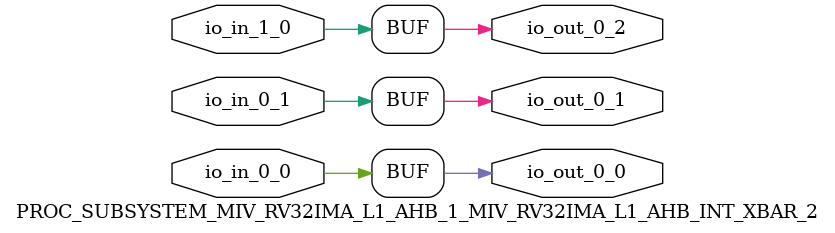
<source format=v>
`define RANDOMIZE
`timescale 1ns/10ps
module PROC_SUBSYSTEM_MIV_RV32IMA_L1_AHB_1_MIV_RV32IMA_L1_AHB_INT_XBAR_2(
  input   io_in_1_0,
  input   io_in_0_0,
  input   io_in_0_1,
  output  io_out_0_0,
  output  io_out_0_1,
  output  io_out_0_2
);
  assign io_out_0_0 = io_in_0_0;
  assign io_out_0_1 = io_in_0_1;
  assign io_out_0_2 = io_in_1_0;
endmodule

</source>
